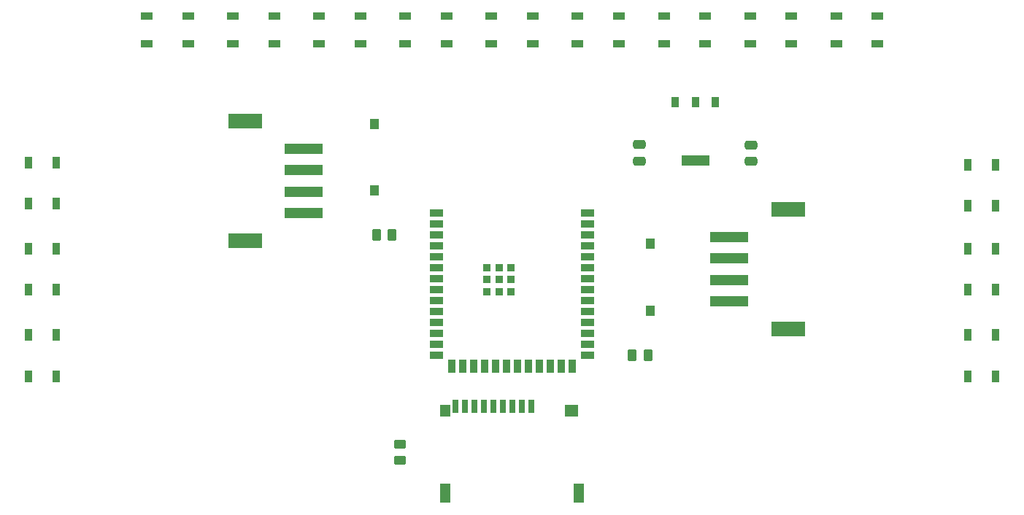
<source format=gbr>
%TF.GenerationSoftware,KiCad,Pcbnew,(6.0.1)*%
%TF.CreationDate,2022-12-13T21:33:40+01:00*%
%TF.ProjectId,SRD_Enhanced,5352445f-456e-4686-916e-6365642e6b69,rev?*%
%TF.SameCoordinates,Original*%
%TF.FileFunction,Paste,Top*%
%TF.FilePolarity,Positive*%
%FSLAX46Y46*%
G04 Gerber Fmt 4.6, Leading zero omitted, Abs format (unit mm)*
G04 Created by KiCad (PCBNEW (6.0.1)) date 2022-12-13 21:33:40*
%MOMM*%
%LPD*%
G01*
G04 APERTURE LIST*
G04 Aperture macros list*
%AMRoundRect*
0 Rectangle with rounded corners*
0 $1 Rounding radius*
0 $2 $3 $4 $5 $6 $7 $8 $9 X,Y pos of 4 corners*
0 Add a 4 corners polygon primitive as box body*
4,1,4,$2,$3,$4,$5,$6,$7,$8,$9,$2,$3,0*
0 Add four circle primitives for the rounded corners*
1,1,$1+$1,$2,$3*
1,1,$1+$1,$4,$5*
1,1,$1+$1,$6,$7*
1,1,$1+$1,$8,$9*
0 Add four rect primitives between the rounded corners*
20,1,$1+$1,$2,$3,$4,$5,0*
20,1,$1+$1,$4,$5,$6,$7,0*
20,1,$1+$1,$6,$7,$8,$9,0*
20,1,$1+$1,$8,$9,$2,$3,0*%
G04 Aperture macros list end*
%ADD10R,1.350000X0.950000*%
%ADD11R,1.000000X1.250000*%
%ADD12R,0.700000X1.600000*%
%ADD13R,1.200000X1.400000*%
%ADD14R,1.200000X2.200000*%
%ADD15R,1.600000X1.400000*%
%ADD16R,0.950000X1.350000*%
%ADD17RoundRect,0.250000X0.475000X-0.250000X0.475000X0.250000X-0.475000X0.250000X-0.475000X-0.250000X0*%
%ADD18RoundRect,0.250000X-0.450000X0.262500X-0.450000X-0.262500X0.450000X-0.262500X0.450000X0.262500X0*%
%ADD19RoundRect,0.250000X-0.262500X-0.450000X0.262500X-0.450000X0.262500X0.450000X-0.262500X0.450000X0*%
%ADD20R,1.500000X0.900000*%
%ADD21R,0.900000X1.500000*%
%ADD22R,0.900000X0.900000*%
%ADD23R,4.495800X1.295400*%
%ADD24R,3.911600X1.803400*%
%ADD25RoundRect,0.250000X-0.475000X0.250000X-0.475000X-0.250000X0.475000X-0.250000X0.475000X0.250000X0*%
%ADD26RoundRect,0.250000X0.262500X0.450000X-0.262500X0.450000X-0.262500X-0.450000X0.262500X-0.450000X0*%
%ADD27R,0.950000X1.250000*%
%ADD28R,3.200000X1.250000*%
G04 APERTURE END LIST*
D10*
%TO.C,IC10*%
X114150000Y-45350000D03*
X114150000Y-42150000D03*
X109350000Y-42150000D03*
X109350000Y-45350000D03*
%TD*%
D11*
%TO.C,S2*%
X127750000Y-68525000D03*
X127750000Y-76275000D03*
%TD*%
D10*
%TO.C,IC12*%
X134150000Y-45350000D03*
X134150000Y-42150000D03*
X129350000Y-42150000D03*
X129350000Y-45350000D03*
%TD*%
D12*
%TO.C,J4*%
X113950000Y-87400000D03*
X112850000Y-87400000D03*
X111750000Y-87400000D03*
X110650000Y-87400000D03*
X109550000Y-87400000D03*
X108450000Y-87400000D03*
X107350000Y-87400000D03*
X106250000Y-87400000D03*
X105150000Y-87400000D03*
D13*
X104000000Y-87900000D03*
D14*
X104000000Y-97500000D03*
X119500000Y-97500000D03*
D15*
X118600000Y-87900000D03*
%TD*%
D16*
%TO.C,IC16*%
X164650000Y-73900000D03*
X167850000Y-73900000D03*
X167850000Y-69100000D03*
X164650000Y-69100000D03*
%TD*%
%TO.C,IC15*%
X164650000Y-64150000D03*
X167850000Y-64150000D03*
X167850000Y-59350000D03*
X164650000Y-59350000D03*
%TD*%
D17*
%TO.C,C2*%
X139500000Y-59000000D03*
X139500000Y-57100000D03*
%TD*%
D10*
%TO.C,IC6*%
X74150000Y-45350000D03*
X74150000Y-42150000D03*
X69350000Y-42150000D03*
X69350000Y-45350000D03*
%TD*%
D11*
%TO.C,S1*%
X95750000Y-54625000D03*
X95750000Y-62375000D03*
%TD*%
D10*
%TO.C,IC9*%
X104150000Y-45350000D03*
X104150000Y-42150000D03*
X99350000Y-42150000D03*
X99350000Y-45350000D03*
%TD*%
%TO.C,IC7*%
X84150000Y-45350000D03*
X84150000Y-42150000D03*
X79350000Y-42150000D03*
X79350000Y-45350000D03*
%TD*%
D16*
%TO.C,IC3*%
X58850000Y-79100000D03*
X55650000Y-79100000D03*
X55650000Y-83900000D03*
X58850000Y-83900000D03*
%TD*%
D18*
%TO.C,R1*%
X98750000Y-91837500D03*
X98750000Y-93662500D03*
%TD*%
D19*
%TO.C,R3*%
X125675000Y-81500000D03*
X127500000Y-81500000D03*
%TD*%
D16*
%TO.C,IC5*%
X58850000Y-59100000D03*
X55650000Y-59100000D03*
X55650000Y-63900000D03*
X58850000Y-63900000D03*
%TD*%
D20*
%TO.C,IC2*%
X103000000Y-64990000D03*
X103000000Y-66260000D03*
X103000000Y-67530000D03*
X103000000Y-68800000D03*
X103000000Y-70070000D03*
X103000000Y-71340000D03*
X103000000Y-72610000D03*
X103000000Y-73880000D03*
X103000000Y-75150000D03*
X103000000Y-76420000D03*
X103000000Y-77690000D03*
X103000000Y-78960000D03*
X103000000Y-80230000D03*
X103000000Y-81500000D03*
D21*
X104765000Y-82750000D03*
X106035000Y-82750000D03*
X107305000Y-82750000D03*
X108575000Y-82750000D03*
X109845000Y-82750000D03*
X111115000Y-82750000D03*
X112385000Y-82750000D03*
X113655000Y-82750000D03*
X114925000Y-82750000D03*
X116195000Y-82750000D03*
X117465000Y-82750000D03*
X118735000Y-82750000D03*
D20*
X120500000Y-81500000D03*
X120500000Y-80230000D03*
X120500000Y-78960000D03*
X120500000Y-77690000D03*
X120500000Y-76420000D03*
X120500000Y-75150000D03*
X120500000Y-73880000D03*
X120500000Y-72610000D03*
X120500000Y-71340000D03*
X120500000Y-70070000D03*
X120500000Y-68800000D03*
X120500000Y-67530000D03*
X120500000Y-66260000D03*
X120500000Y-64990000D03*
D22*
X110250000Y-72710000D03*
X108850000Y-71310000D03*
X108850000Y-72710000D03*
X108850000Y-74110000D03*
X110250000Y-74110000D03*
X111650000Y-74110000D03*
X111650000Y-72710000D03*
X111650000Y-71310000D03*
X110250000Y-71310000D03*
%TD*%
D23*
%TO.C,J1*%
X136947912Y-75250000D03*
X136947912Y-72750000D03*
X136947912Y-70250000D03*
X136947912Y-67750000D03*
D24*
X143747911Y-78449999D03*
X143747911Y-64550001D03*
%TD*%
D10*
%TO.C,IC11*%
X124150000Y-45350000D03*
X124150000Y-42150000D03*
X119350000Y-42150000D03*
X119350000Y-45350000D03*
%TD*%
D25*
%TO.C,C1*%
X126500000Y-57050000D03*
X126500000Y-58950000D03*
%TD*%
D23*
%TO.C,J2*%
X87552088Y-57500000D03*
X87552088Y-60000000D03*
X87552088Y-62500000D03*
X87552088Y-65000000D03*
D24*
X80752089Y-54300001D03*
X80752089Y-68199999D03*
%TD*%
D16*
%TO.C,IC17*%
X164650000Y-83900000D03*
X167850000Y-83900000D03*
X167850000Y-79100000D03*
X164650000Y-79100000D03*
%TD*%
D26*
%TO.C,R2*%
X97825000Y-67525000D03*
X96000000Y-67525000D03*
%TD*%
D10*
%TO.C,IC13*%
X144150000Y-45350000D03*
X144150000Y-42150000D03*
X139350000Y-42150000D03*
X139350000Y-45350000D03*
%TD*%
D27*
%TO.C,IC1*%
X135300000Y-52100000D03*
X133000000Y-52100000D03*
X130700000Y-52100000D03*
D28*
X133000000Y-58900000D03*
%TD*%
D16*
%TO.C,IC4*%
X58850000Y-69100000D03*
X55650000Y-69100000D03*
X55650000Y-73900000D03*
X58850000Y-73900000D03*
%TD*%
D10*
%TO.C,IC8*%
X94150000Y-45350000D03*
X94150000Y-42150000D03*
X89350000Y-42150000D03*
X89350000Y-45350000D03*
%TD*%
%TO.C,IC14*%
X154150000Y-45350000D03*
X154150000Y-42150000D03*
X149350000Y-42150000D03*
X149350000Y-45350000D03*
%TD*%
M02*

</source>
